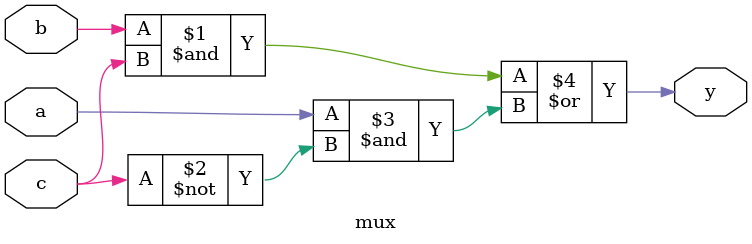
<source format=v>
`timescale 1ns / 1ps


module mux(
input a,b,c,
output y);
//wire i,j;
//assign j = a & ~c;
//assign i = b & c;
//assign y = i | j;
assign y=(b&c)|(a&~c);
endmodule

</source>
